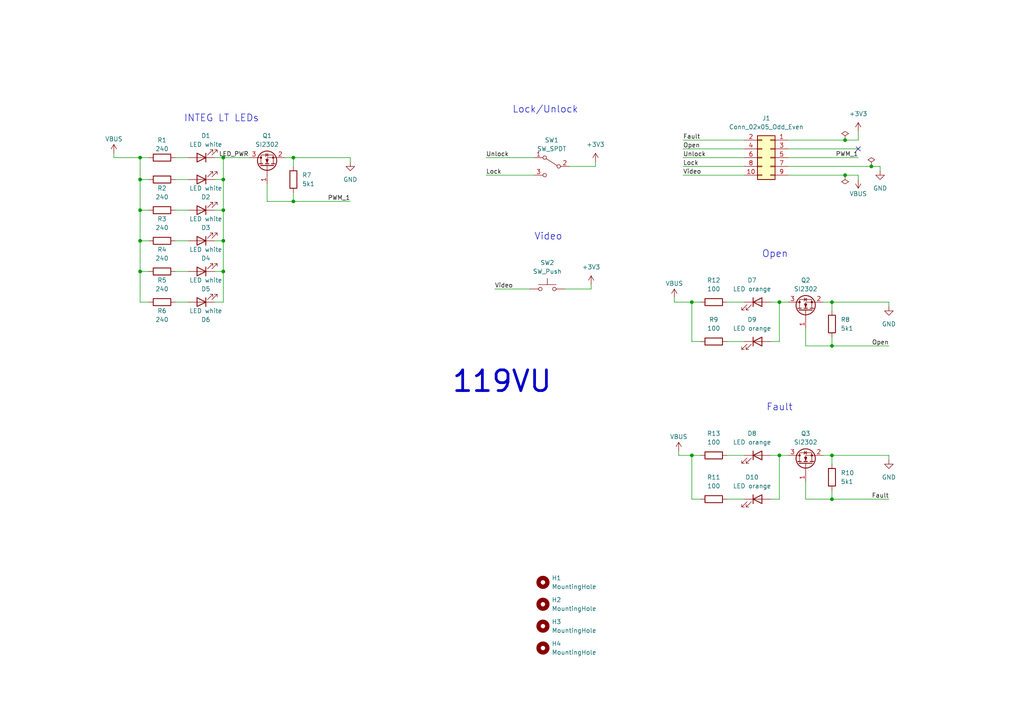
<source format=kicad_sch>
(kicad_sch (version 20230121) (generator eeschema)
  (paper "A4")
  (lib_symbols
    (symbol "Connector_Generic:Conn_02x05_Odd_Even" (pin_names (offset 1.016) hide)
      (property "Reference" "J" (at 1.27 7.62 0))
      (property "Value" "Conn_02x05_Odd_Even" (at 1.27 -7.62 0))
      (symbol "Conn_02x05_Odd_Even_1_1"
        (rectangle (start -1.27 -4.953) (end 0 -5.207) (stroke (width 0.1524)))
        (rectangle (start -1.27 -2.413) (end 0 -2.667) (stroke (width 0.1524)))
        (rectangle (start -1.27 0.127) (end 0 -0.127) (stroke (width 0.1524)))
        (rectangle (start -1.27 2.667) (end 0 2.413) (stroke (width 0.1524)))
        (rectangle (start -1.27 5.207) (end 0 4.953) (stroke (width 0.1524)))
        (rectangle (start -1.27 6.35) (end 3.81 -6.35) (stroke (width 0.254)) (fill (type background)))
        (rectangle (start 3.81 -4.953) (end 2.54 -5.207) (stroke (width 0.1524)))
        (rectangle (start 3.81 -2.413) (end 2.54 -2.667) (stroke (width 0.1524)))
        (rectangle (start 3.81 0.127) (end 2.54 -0.127) (stroke (width 0.1524)))
        (rectangle (start 3.81 2.667) (end 2.54 2.413) (stroke (width 0.1524)))
        (rectangle (start 3.81 5.207) (end 2.54 4.953) (stroke (width 0.1524)))
        (pin passive line (at -5.08 5.08 0) (length 3.81) (name "Pin_1") (number "1"))
        (pin passive line (at 7.62 -5.08 180) (length 3.81) (name "Pin_10") (number "10"))
        (pin passive line (at 7.62 5.08 180) (length 3.81) (name "Pin_2") (number "2"))
        (pin passive line (at -5.08 2.54 0) (length 3.81) (name "Pin_3") (number "3"))
        (pin passive line (at 7.62 2.54 180) (length 3.81) (name "Pin_4") (number "4"))
        (pin passive line (at -5.08 0 0) (length 3.81) (name "Pin_5") (number "5"))
        (pin passive line (at 7.62 0 180) (length 3.81) (name "Pin_6") (number "6"))
        (pin passive line (at -5.08 -2.54 0) (length 3.81) (name "Pin_7") (number "7"))
        (pin passive line (at 7.62 -2.54 180) (length 3.81) (name "Pin_8") (number "8"))
        (pin passive line (at -5.08 -5.08 0) (length 3.81) (name "Pin_9") (number "9"))
      )
    )
    (symbol "Device:LED" (pin_numbers hide) (pin_names (offset 1.016) hide)
      (property "Reference" "D" (at 0 2.54 0))
      (property "Value" "LED" (at 0 -2.54 0))
      (symbol "LED_0_1"
        (polyline (pts (xy -1.27 -1.27) (xy -1.27 1.27)) (stroke (width 0.254)))
        (polyline (pts (xy -1.27 0) (xy 1.27 0)))
        (polyline (pts (xy 1.27 -1.27) (xy 1.27 1.27) (xy -1.27 0) (xy 1.27 -1.27)) (stroke (width 0.254)))
        (polyline (pts (xy -3.048 -0.762) (xy -4.572 -2.286) (xy -3.81 -2.286) (xy -4.572 -2.286) (xy -4.572 -1.524)))
        (polyline (pts (xy -1.778 -0.762) (xy -3.302 -2.286) (xy -2.54 -2.286) (xy -3.302 -2.286) (xy -3.302 -1.524)))
      )
      (symbol "LED_1_1"
        (pin passive line (at -3.81 0 0) (length 2.54) (name "K") (number "1"))
        (pin passive line (at 3.81 0 180) (length 2.54) (name "A") (number "2"))
      )
    )
    (symbol "Device:R" (pin_numbers hide) (pin_names (offset 0))
      (property "Reference" "R" (at 2.032 0 90))
      (property "Value" "R" (at 0 0 90))
      (symbol "R_0_1"
        (rectangle (start -1.016 -2.54) (end 1.016 2.54) (stroke (width 0.254)))
      )
      (symbol "R_1_1"
        (pin passive line (at 0 3.81 270) (length 1.27) (name "~") (number "1"))
        (pin passive line (at 0 -3.81 90) (length 1.27) (name "~") (number "2"))
      )
    )
    (symbol "Mechanical:MountingHole" (pin_names (offset 1.016))
      (property "Reference" "H" (at 0 5.08 0))
      (property "Value" "MountingHole" (at 0 3.175 0))
      (symbol "MountingHole_0_1"
        (circle (center 0 0) (radius 1.27) (stroke (width 1.27)))
      )
    )
    (symbol "Switch:SW_Push" (pin_numbers hide) (pin_names (offset 1.016) hide)
      (property "Reference" "SW" (at 1.27 2.54 0))
      (property "Value" "SW_Push" (at 0 -1.524 0))
      (symbol "SW_Push_0_1"
        (circle (center -2.032 0) (radius 0.508))
        (polyline (pts (xy 0 1.27) (xy 0 3.048)))
        (polyline (pts (xy 2.54 1.27) (xy -2.54 1.27)))
        (circle (center 2.032 0) (radius 0.508))
        (pin passive line (at -5.08 0 0) (length 2.54) (name "1") (number "1"))
        (pin passive line (at 5.08 0 180) (length 2.54) (name "2") (number "2"))
      )
    )
    (symbol "Switch:SW_SPDT" (pin_names (offset 0) hide)
      (property "Reference" "SW" (at 0 4.318 0))
      (property "Value" "SW_SPDT" (at 0 -5.08 0))
      (symbol "SW_SPDT_0_0"
        (circle (center -2.032 0) (radius 0.508))
        (circle (center 2.032 -2.54) (radius 0.508))
      )
      (symbol "SW_SPDT_0_1"
        (polyline (pts (xy -1.524 0.254) (xy 1.651 2.286)))
        (circle (center 2.032 2.54) (radius 0.508))
      )
      (symbol "SW_SPDT_1_1"
        (pin passive line (at 5.08 2.54 180) (length 2.54) (name "A") (number "1"))
        (pin passive line (at -5.08 0 0) (length 2.54) (name "B") (number "2"))
        (pin passive line (at 5.08 -2.54 180) (length 2.54) (name "C") (number "3"))
      )
    )
    (symbol "Transistor_FET:2N7002K" (pin_names hide)
      (property "Reference" "Q" (at 5.08 1.905 0))
      (property "Value" "2N7002K" (at 5.08 0 0))
      (symbol "2N7002K_0_1"
        (polyline (pts (xy 0.254 0) (xy -2.54 0)))
        (polyline (pts (xy 0.254 1.905) (xy 0.254 -1.905)) (stroke (width 0.254)))
        (polyline (pts (xy 0.762 -1.27) (xy 0.762 -2.286)) (stroke (width 0.254)))
        (polyline (pts (xy 0.762 0.508) (xy 0.762 -0.508)) (stroke (width 0.254)))
        (polyline (pts (xy 0.762 2.286) (xy 0.762 1.27)) (stroke (width 0.254)))
        (polyline (pts (xy 2.54 2.54) (xy 2.54 1.778)))
        (polyline (pts (xy 2.54 -2.54) (xy 2.54 0) (xy 0.762 0)))
        (polyline (pts (xy 0.762 -1.778) (xy 3.302 -1.778) (xy 3.302 1.778) (xy 0.762 1.778)))
        (polyline (pts (xy 1.016 0) (xy 2.032 0.381) (xy 2.032 -0.381) (xy 1.016 0)) (fill (type outline)))
        (polyline (pts (xy 2.794 0.508) (xy 2.921 0.381) (xy 3.683 0.381) (xy 3.81 0.254)))
        (polyline (pts (xy 3.302 0.381) (xy 2.921 -0.254) (xy 3.683 -0.254) (xy 3.302 0.381)))
        (circle (center 1.651 0) (radius 2.794) (stroke (width 0.254)))
        (circle (center 2.54 -1.778) (radius 0.254) (fill (type outline)))
        (circle (center 2.54 1.778) (radius 0.254) (fill (type outline)))
      )
      (symbol "2N7002K_1_1"
        (pin input line (at -5.08 0 0) (length 2.54) (name "G") (number "1"))
        (pin passive line (at 2.54 -5.08 90) (length 2.54) (name "S") (number "2"))
        (pin passive line (at 2.54 5.08 270) (length 2.54) (name "D") (number "3"))
      )
    )
    (symbol "power:+3V3" (power) (pin_names (offset 0))
      (property "Value" "+3V3" (at 0 3.556 0))
      (symbol "+3V3_0_1"
        (polyline (pts (xy -0.762 1.27) (xy 0 2.54)))
        (polyline (pts (xy 0 0) (xy 0 2.54)))
        (polyline (pts (xy 0 2.54) (xy 0.762 1.27)))
      )
      (symbol "+3V3_1_1"
        (pin power_in line (at 0 0 90) (length 0) hide (name "+3V3") (number "1"))
      )
    )
    (symbol "power:GND" (power) (pin_names (offset 0))
      (property "Value" "GND" (at 0 -3.81 0))
      (symbol "GND_0_1"
        (polyline (pts (xy 0 0) (xy 0 -1.27) (xy 1.27 -1.27) (xy 0 -2.54) (xy -1.27 -1.27) (xy 0 -1.27)))
      )
      (symbol "GND_1_1"
        (pin power_in line (at 0 0 270) (length 0) hide (name "GND") (number "1"))
      )
    )
    (symbol "power:PWR_FLAG" (power) (pin_numbers hide) (pin_names (offset 0) hide)
      (property "Value" "PWR_FLAG" (at 0 3.81 0))
      (symbol "PWR_FLAG_0_0"
        (pin power_out line (at 0 0 90) (length 0) (name "pwr") (number "1"))
      )
      (symbol "PWR_FLAG_0_1"
        (polyline (pts (xy 0 0) (xy 0 1.27) (xy -1.016 1.905) (xy 0 2.54) (xy 1.016 1.905) (xy 0 1.27)))
      )
    )
    (symbol "power:VBUS" (power) (pin_names (offset 0))
      (property "Value" "VBUS" (at 0 3.81 0))
      (symbol "VBUS_0_1"
        (polyline (pts (xy -0.762 1.27) (xy 0 2.54)))
        (polyline (pts (xy 0 0) (xy 0 2.54)))
        (polyline (pts (xy 0 2.54) (xy 0.762 1.27)))
      )
      (symbol "VBUS_1_1"
        (pin power_in line (at 0 0 90) (length 0) hide (name "VBUS") (number "1"))
      )
    )
  )
  (junction (at 64.77 45.72))
  (junction (at 64.77 69.85))
  (junction (at 40.64 69.85))
  (junction (at 64.77 60.96))
  (junction (at 40.64 52.07))
  (junction (at 241.3 132.08))
  (junction (at 64.77 78.74))
  (junction (at 226.06 132.08))
  (junction (at 241.3 100.33))
  (junction (at 200.66 87.63))
  (junction (at 241.3 144.78))
  (junction (at 241.3 87.63))
  (junction (at 85.09 45.72))
  (junction (at 245.11 50.8))
  (junction (at 40.64 45.72))
  (junction (at 85.09 58.42))
  (junction (at 252.73 48.26))
  (junction (at 245.11 40.64))
  (junction (at 40.64 78.74))
  (junction (at 226.06 87.63))
  (junction (at 200.66 132.08))
  (junction (at 64.77 52.07))
  (junction (at 40.64 60.96))
  (no_connect (at 248.92 43.18))
  (wire (pts (xy 241.3 144.78) (xy 257.81 144.78)))
  (wire (pts (xy 62.23 87.63) (xy 64.77 87.63)))
  (wire (pts (xy 50.8 87.63) (xy 54.61 87.63)))
  (wire (pts (xy 257.81 133.35) (xy 257.81 132.08)))
  (wire (pts (xy 140.97 50.8) (xy 154.94 50.8)))
  (wire (pts (xy 40.64 69.85) (xy 40.64 78.74)))
  (wire (pts (xy 196.85 132.08) (xy 200.66 132.08)))
  (wire (pts (xy 165.1 48.26) (xy 172.72 48.26)))
  (wire (pts (xy 241.3 87.63) (xy 241.3 90.17)))
  (wire (pts (xy 64.77 52.07) (xy 64.77 60.96)))
  (wire (pts (xy 50.8 45.72) (xy 54.61 45.72)))
  (wire (pts (xy 233.68 139.7) (xy 233.68 144.78)))
  (wire (pts (xy 50.8 52.07) (xy 54.61 52.07)))
  (wire (pts (xy 210.82 132.08) (xy 215.9 132.08)))
  (wire (pts (xy 198.12 40.64) (xy 215.9 40.64)))
  (wire (pts (xy 233.68 95.25) (xy 233.68 100.33)))
  (wire (pts (xy 43.18 52.07) (xy 40.64 52.07)))
  (wire (pts (xy 248.92 38.1) (xy 248.92 40.64)))
  (wire (pts (xy 50.8 78.74) (xy 54.61 78.74)))
  (wire (pts (xy 33.02 45.72) (xy 33.02 44.45)))
  (wire (pts (xy 241.3 100.33) (xy 257.81 100.33)))
  (wire (pts (xy 85.09 58.42) (xy 101.6 58.42)))
  (wire (pts (xy 226.06 87.63) (xy 228.6 87.63)))
  (wire (pts (xy 50.8 60.96) (xy 54.61 60.96)))
  (wire (pts (xy 101.6 45.72) (xy 85.09 45.72)))
  (wire (pts (xy 101.6 46.99) (xy 101.6 45.72)))
  (wire (pts (xy 198.12 50.8) (xy 215.9 50.8)))
  (wire (pts (xy 226.06 87.63) (xy 226.06 99.06)))
  (wire (pts (xy 64.77 69.85) (xy 64.77 78.74)))
  (wire (pts (xy 40.64 45.72) (xy 43.18 45.72)))
  (wire (pts (xy 62.23 78.74) (xy 64.77 78.74)))
  (wire (pts (xy 140.97 45.72) (xy 154.94 45.72)))
  (wire (pts (xy 238.76 87.63) (xy 241.3 87.63)))
  (wire (pts (xy 210.82 87.63) (xy 215.9 87.63)))
  (wire (pts (xy 40.64 78.74) (xy 43.18 78.74)))
  (wire (pts (xy 77.47 58.42) (xy 85.09 58.42)))
  (wire (pts (xy 245.11 50.8) (xy 248.92 50.8)))
  (wire (pts (xy 40.64 52.07) (xy 40.64 45.72)))
  (wire (pts (xy 43.18 87.63) (xy 40.64 87.63)))
  (wire (pts (xy 50.8 69.85) (xy 54.61 69.85)))
  (wire (pts (xy 62.23 52.07) (xy 64.77 52.07)))
  (wire (pts (xy 210.82 99.06) (xy 215.9 99.06)))
  (wire (pts (xy 223.52 87.63) (xy 226.06 87.63)))
  (wire (pts (xy 228.6 48.26) (xy 252.73 48.26)))
  (wire (pts (xy 172.72 46.99) (xy 172.72 48.26)))
  (wire (pts (xy 226.06 132.08) (xy 228.6 132.08)))
  (wire (pts (xy 62.23 45.72) (xy 64.77 45.72)))
  (wire (pts (xy 228.6 50.8) (xy 245.11 50.8)))
  (wire (pts (xy 255.27 48.26) (xy 255.27 49.53)))
  (wire (pts (xy 64.77 45.72) (xy 64.77 52.07)))
  (wire (pts (xy 64.77 60.96) (xy 64.77 69.85)))
  (wire (pts (xy 40.64 60.96) (xy 43.18 60.96)))
  (wire (pts (xy 163.83 83.82) (xy 171.45 83.82)))
  (wire (pts (xy 200.66 132.08) (xy 203.2 132.08)))
  (wire (pts (xy 223.52 144.78) (xy 226.06 144.78)))
  (wire (pts (xy 200.66 87.63) (xy 203.2 87.63)))
  (wire (pts (xy 248.92 52.07) (xy 248.92 50.8)))
  (wire (pts (xy 64.77 45.72) (xy 72.39 45.72)))
  (wire (pts (xy 85.09 45.72) (xy 85.09 48.26)))
  (wire (pts (xy 238.76 132.08) (xy 241.3 132.08)))
  (wire (pts (xy 228.6 45.72) (xy 248.92 45.72)))
  (wire (pts (xy 257.81 87.63) (xy 241.3 87.63)))
  (wire (pts (xy 228.6 43.18) (xy 248.92 43.18)))
  (wire (pts (xy 198.12 48.26) (xy 215.9 48.26)))
  (wire (pts (xy 40.64 69.85) (xy 43.18 69.85)))
  (wire (pts (xy 257.81 88.9) (xy 257.81 87.63)))
  (wire (pts (xy 226.06 144.78) (xy 226.06 132.08)))
  (wire (pts (xy 198.12 45.72) (xy 215.9 45.72)))
  (wire (pts (xy 223.52 99.06) (xy 226.06 99.06)))
  (wire (pts (xy 257.81 132.08) (xy 241.3 132.08)))
  (wire (pts (xy 82.55 45.72) (xy 85.09 45.72)))
  (wire (pts (xy 228.6 40.64) (xy 245.11 40.64)))
  (wire (pts (xy 40.64 60.96) (xy 40.64 69.85)))
  (wire (pts (xy 33.02 45.72) (xy 40.64 45.72)))
  (wire (pts (xy 252.73 48.26) (xy 255.27 48.26)))
  (wire (pts (xy 40.64 52.07) (xy 40.64 60.96)))
  (wire (pts (xy 245.11 40.64) (xy 248.92 40.64)))
  (wire (pts (xy 210.82 144.78) (xy 215.9 144.78)))
  (wire (pts (xy 233.68 100.33) (xy 241.3 100.33)))
  (wire (pts (xy 203.2 144.78) (xy 200.66 144.78)))
  (wire (pts (xy 196.85 132.08) (xy 196.85 130.81)))
  (wire (pts (xy 203.2 99.06) (xy 200.66 99.06)))
  (wire (pts (xy 171.45 82.55) (xy 171.45 83.82)))
  (wire (pts (xy 233.68 144.78) (xy 241.3 144.78)))
  (wire (pts (xy 241.3 142.24) (xy 241.3 144.78)))
  (wire (pts (xy 85.09 55.88) (xy 85.09 58.42)))
  (wire (pts (xy 64.77 78.74) (xy 64.77 87.63)))
  (wire (pts (xy 77.47 53.34) (xy 77.47 58.42)))
  (wire (pts (xy 223.52 132.08) (xy 226.06 132.08)))
  (wire (pts (xy 40.64 78.74) (xy 40.64 87.63)))
  (wire (pts (xy 195.58 87.63) (xy 200.66 87.63)))
  (wire (pts (xy 62.23 69.85) (xy 64.77 69.85)))
  (wire (pts (xy 62.23 60.96) (xy 64.77 60.96)))
  (wire (pts (xy 241.3 132.08) (xy 241.3 134.62)))
  (wire (pts (xy 143.51 83.82) (xy 153.67 83.82)))
  (wire (pts (xy 195.58 87.63) (xy 195.58 86.36)))
  (wire (pts (xy 200.66 144.78) (xy 200.66 132.08)))
  (wire (pts (xy 198.12 43.18) (xy 215.9 43.18)))
  (wire (pts (xy 200.66 99.06) (xy 200.66 87.63)))
  (wire (pts (xy 241.3 97.79) (xy 241.3 100.33)))
  (text "Video" (at 154.94 69.85 0) (effects (font (size 2 2)) (justify left bottom)))
  (text "Fault" (at 222.25 119.38 0) (effects (font (size 2 2)) (justify left bottom)))
  (text "119VU" (at 130.81 114.3 0) (effects (font (size 6 6) (thickness 0.8) bold) (justify left bottom)))
  (text "INTEG LT LEDs" (at 53.34 35.56 0) (effects (font (size 2 2)) (justify left bottom)))
  (text "Lock/Unlock" (at 148.59 33.02 0) (effects (font (size 2 2)) (justify left bottom)))
  (text "Open" (at 220.98 74.93 0) (effects (font (size 2 2)) (justify left bottom)))
  (label "Video" (at 143.51 83.82 0))
  (label "Lock" (at 140.97 50.8 0))
  (label "Open" (at 198.12 43.18 0))
  (label "Fault" (at 198.12 40.64 0))
  (label "Open" (at 257.81 100.33 180))
  (label "PWM_1" (at 101.6 58.42 180))
  (label "LED_PWR" (at 63.5 45.72 0))
  (label "PWM_1" (at 248.92 45.72 180))
  (label "Unlock" (at 198.12 45.72 0))
  (label "Lock" (at 198.12 48.26 0))
  (label "Fault" (at 257.81 144.78 180))
  (label "Video" (at 198.12 50.8 0))
  (label "Unlock" (at 140.97 45.72 0))
  (symbol (lib_id "power:VBUS") (at 196.85 130.81 0) (unit 1)
    (property "Reference" "#PWR05" (effects hide))
    (property "Value" "VBUS" (at 196.85 126.6769 0))
  )
  (symbol (lib_id "power:PWR_FLAG") (at 252.73 48.26 0) (unit 1)
    (property "Reference" "#FLG03" (effects hide))
    (property "Value" "PWR_FLAG" (effects hide))
  )
  (symbol (lib_id "Device:LED") (at 58.42 69.85 180) (unit 1)
    (property "Reference" "D4" (at 59.69 74.93 0))
    (property "Value" "LED white" (at 59.69 72.39 0))
    (property "Footprint" "LED_SMD:LED_0805_2012Metric" (effects hide))
    (property "Datasheet" "https://www.lcsc.com/datasheet/lcsc_datasheet_2402181504_XINGLIGHT-XL-2012WWC-DS_C3646928.pdf" (effects hide))
    (property "Manufracturer" "XINGLIGHT" (effects hide))
    (property "Manufracturer Part Number" "XL-2012WWC-DS" (effects hide))
    (property "JLCPCB Part" "C3646928" (effects hide))
  )
  (symbol (lib_id "Transistor_FET:2N7002K") (at 233.68 134.62 90) (unit 1)
    (property "Reference" "Q3" (at 233.68 125.73 90))
    (property "Value" "SI2302" (at 233.68 128.27 90))
    (property "Footprint" "Package_TO_SOT_SMD:SOT-23-3" (effects hide))
    (property "Datasheet" "https://www.lcsc.com/datasheet/lcsc_datasheet_2109011130_YONGYUTAI-SI2302_C2891732.pdf" (effects hide))
    (property "Manufracturer" "YONGYUTAI" (effects hide))
    (property "Manufracturer Part Number" "SI2302" (effects hide))
    (property "JLCPCB Part" "C2891732" (effects hide))
  )
  (symbol (lib_id "Mechanical:MountingHole") (at 157.48 181.61 0) (unit 1) (in_bom no)
    (property "Reference" "H3" (at 160.02 180.34 0) (effects (justify left)))
    (property "Value" "MountingHole" (at 160.02 182.88 0) (effects (justify left)))
    (property "Footprint" "MountingHole:MountingHole_2.2mm_M2" (effects hide))
  )
  (symbol (lib_id "Device:R") (at 46.99 78.74 90) (unit 1)
    (property "Reference" "R5" (at 46.99 81.28 90))
    (property "Value" "240" (at 46.99 83.82 90))
    (property "Footprint" "Resistor_SMD:R_0805_2012Metric" (effects hide))
    (property "Datasheet" "https://www.lcsc.com/datasheet/lcsc_datasheet_2206010200_UNI-ROYAL-Uniroyal-Elec-0805W8F2400T5E_C17572.pdf" (effects hide))
    (property "Manufracturer" "UNI-ROYAL(Uniroyal Elec)" (effects hide))
    (property "Manufracturer Part Number" "0805W8F2400T5E" (effects hide))
    (property "JLCPCB Part" "C17572" (effects hide))
  )
  (symbol (lib_id "Mechanical:MountingHole") (at 157.48 175.26 0) (unit 1) (in_bom no)
    (property "Reference" "H2" (at 160.02 173.99 0) (effects (justify left)))
    (property "Value" "MountingHole" (at 160.02 176.53 0) (effects (justify left)))
    (property "Footprint" "MountingHole:MountingHole_2.2mm_M2" (effects hide))
  )
  (symbol (lib_id "Device:R") (at 46.99 60.96 90) (unit 1)
    (property "Reference" "R3" (at 46.99 63.5 90))
    (property "Value" "240" (at 46.99 66.04 90))
    (property "Footprint" "Resistor_SMD:R_0805_2012Metric" (effects hide))
    (property "Datasheet" "https://www.lcsc.com/datasheet/lcsc_datasheet_2206010200_UNI-ROYAL-Uniroyal-Elec-0805W8F2400T5E_C17572.pdf" (effects hide))
    (property "Manufracturer" "UNI-ROYAL(Uniroyal Elec)" (effects hide))
    (property "Manufracturer Part Number" "0805W8F2400T5E" (effects hide))
    (property "JLCPCB Part" "C17572" (effects hide))
  )
  (symbol (lib_id "power:+3V3") (at 248.92 38.1 0) (unit 1)
    (property "Reference" "#PWR014" (effects hide))
    (property "Value" "+3V3" (at 248.92 33.02 0))
  )
  (symbol (lib_id "power:+3V3") (at 171.45 82.55 0) (unit 1)
    (property "Reference" "#PWR013" (effects hide))
    (property "Value" "+3V3" (at 171.45 77.47 0))
  )
  (symbol (lib_id "Mechanical:MountingHole") (at 157.48 187.96 0) (unit 1) (in_bom no)
    (property "Reference" "H4" (at 160.02 186.69 0) (effects (justify left)))
    (property "Value" "MountingHole" (at 160.02 189.23 0) (effects (justify left)))
    (property "Footprint" "MountingHole:MountingHole_2.2mm_M2" (effects hide))
  )
  (symbol (lib_id "Device:LED") (at 58.42 52.07 180) (unit 1)
    (property "Reference" "D2" (at 59.69 57.15 0))
    (property "Value" "LED white" (at 59.69 54.61 0))
    (property "Footprint" "LED_SMD:LED_0805_2012Metric" (effects hide))
    (property "Datasheet" "https://www.lcsc.com/datasheet/lcsc_datasheet_2402181504_XINGLIGHT-XL-2012WWC-DS_C3646928.pdf" (effects hide))
    (property "Manufracturer" "XINGLIGHT" (effects hide))
    (property "Manufracturer Part Number" "XL-2012WWC-DS" (effects hide))
    (property "JLCPCB Part" "C3646928" (effects hide))
  )
  (symbol (lib_id "Switch:SW_SPDT") (at 160.02 48.26 0) (mirror y) (unit 1)
    (property "Reference" "SW1" (at 160.02 40.64 0))
    (property "Value" "SW_SPDT" (at 160.02 43.18 0))
    (property "Footprint" "NiasStuff:SW_SPDT_YUEN-FUNG_ST-0-103-A01-T000-RS" (effects hide))
    (property "Datasheet" "https://datasheet.lcsc.com/lcsc/2307200931_YUEN-FUNG-ST-0-103-A01-T000-RS_C1788488.pdf" (effects hide))
    (property "JLCPCB Part" "C1788488" (effects hide))
    (property "Manufracturer" "YUEN FUNG" (effects hide))
    (property "Manufracturer Part Number" "ST-0-103-A01-T000-RS" (effects hide))
  )
  (symbol (lib_id "Device:R") (at 207.01 99.06 90) (unit 1)
    (property "Reference" "R9" (at 207.01 92.71 90))
    (property "Value" "100" (at 207.01 95.25 90))
    (property "Footprint" "Capacitor_SMD:C_0805_2012Metric" (effects hide))
    (property "Datasheet" "https://datasheet.lcsc.com/lcsc/2206010216_UNI-ROYAL-Uniroyal-Elec-0805W8F1000T5E_C17408.pdf" (effects hide))
    (property "JLCPCB Part" "C17408" (effects hide))
    (property "Manufracturer" "UNI-ROYAL(Uniroyal Elec)" (effects hide))
    (property "Manufracturer Part Number" "0805W8F1000T5E" (effects hide))
  )
  (symbol (lib_id "power:PWR_FLAG") (at 245.11 40.64 0) (unit 1)
    (property "Reference" "#FLG01" (effects hide))
    (property "Value" "PWR_FLAG" (effects hide))
  )
  (symbol (lib_id "Device:LED") (at 219.71 99.06 0) (unit 1)
    (property "Reference" "D9" (at 218.1225 92.71 0))
    (property "Value" "LED orange" (at 218.1225 95.25 0))
    (property "Footprint" "LED_SMD:LED_0603_1608Metric" (effects hide))
    (property "Datasheet" "https://datasheet.lcsc.com/lcsc/1810201530_BrtLed-Bright-LED-Elec-BL-HKC36G-AV-TRB_C165981.pdf" (effects hide))
    (property "JLCPCB Part" "C165981" (effects hide))
    (property "Manufracturer" "BrtLed(Bright LED Elec)" (effects hide))
    (property "Manufracturer Part Number" "BL-HKC36G-AV-TRB" (effects hide))
  )
  (symbol (lib_id "Device:R") (at 207.01 87.63 90) (unit 1)
    (property "Reference" "R12" (at 207.01 81.28 90))
    (property "Value" "100" (at 207.01 83.82 90))
    (property "Footprint" "Capacitor_SMD:C_0805_2012Metric" (effects hide))
    (property "Datasheet" "https://datasheet.lcsc.com/lcsc/2206010216_UNI-ROYAL-Uniroyal-Elec-0805W8F1000T5E_C17408.pdf" (effects hide))
    (property "JLCPCB Part" "C17408" (effects hide))
    (property "Manufracturer" "UNI-ROYAL(Uniroyal Elec)" (effects hide))
    (property "Manufracturer Part Number" "0805W8F1000T5E" (effects hide))
  )
  (symbol (lib_id "power:VBUS") (at 33.02 44.45 0) (unit 1)
    (property "Reference" "#PWR01" (effects hide))
    (property "Value" "VBUS" (at 33.02 40.3169 0))
  )
  (symbol (lib_id "Connector_Generic:Conn_02x05_Odd_Even") (at 223.52 45.72 0) (mirror y) (unit 1)
    (property "Reference" "J1" (at 222.25 34.29 0))
    (property "Value" "Conn_02x05_Odd_Even" (at 222.25 36.83 0))
    (property "Footprint" "Connector_IDC:IDC-Header_2x05_P2.54mm_Vertical" (effects hide))
    (property "Datasheet" "https://www.lcsc.com/datasheet/lcsc_datasheet_1810281612_BOOMELE-Boom-Precision-Elec-2-54-2-5P_C5665.pdf" (effects hide))
    (property "JLCPCB Part" "C5665" (effects hide))
    (property "Manufracturer" "BOOMELE(Boom Precision Elec)" (effects hide))
    (property "Manufracturer Part Number" "2.54-2*5P" (effects hide))
  )
  (symbol (lib_id "power:PWR_FLAG") (at 245.11 50.8 180) (unit 1)
    (property "Reference" "#FLG02" (effects hide))
    (property "Value" "PWR_FLAG" (effects hide))
  )
  (symbol (lib_id "Device:R") (at 241.3 93.98 180) (unit 1)
    (property "Reference" "R8" (at 243.84 92.71 0) (effects (justify right)))
    (property "Value" "5k1" (at 243.84 95.25 0) (effects (justify right)))
    (property "Footprint" "Resistor_SMD:R_0603_1608Metric" (effects hide))
    (property "Datasheet" "https://www.lcsc.com/datasheet/lcsc_datasheet_2206010116_UNI-ROYAL-Uniroyal-Elec-0603WAF5101T5E_C23186.pdf" (effects hide))
    (property "JLCPCB Part" "C23186" (effects hide))
    (property "Manufracturer" "UNI-ROYAL(Uniroyal Elec)" (effects hide))
    (property "Manufracturer Part Number" "0603WAF5101T5E" (effects hide))
  )
  (symbol (lib_id "Device:R") (at 85.09 52.07 180) (unit 1)
    (property "Reference" "R7" (at 87.63 50.8 0) (effects (justify right)))
    (property "Value" "5k1" (at 87.63 53.34 0) (effects (justify right)))
    (property "Footprint" "Resistor_SMD:R_0603_1608Metric" (effects hide))
    (property "Datasheet" "https://www.lcsc.com/datasheet/lcsc_datasheet_2206010116_UNI-ROYAL-Uniroyal-Elec-0603WAF5101T5E_C23186.pdf" (effects hide))
    (property "JLCPCB Part" "C23186" (effects hide))
    (property "Manufracturer" "UNI-ROYAL(Uniroyal Elec)" (effects hide))
    (property "Manufracturer Part Number" "0603WAF5101T5E" (effects hide))
  )
  (symbol (lib_id "Device:R") (at 46.99 45.72 90) (unit 1)
    (property "Reference" "R1" (at 46.99 40.64 90))
    (property "Value" "240" (at 46.99 43.18 90))
    (property "Footprint" "Resistor_SMD:R_0805_2012Metric" (effects hide))
    (property "Datasheet" "https://www.lcsc.com/datasheet/lcsc_datasheet_2206010200_UNI-ROYAL-Uniroyal-Elec-0805W8F2400T5E_C17572.pdf" (effects hide))
    (property "Manufracturer" "UNI-ROYAL(Uniroyal Elec)" (effects hide))
    (property "Manufracturer Part Number" "0805W8F2400T5E" (effects hide))
    (property "JLCPCB Part" "C17572" (effects hide))
  )
  (symbol (lib_id "power:GND") (at 257.81 133.35 0) (unit 1)
    (property "Reference" "#PWR06" (effects hide))
    (property "Value" "GND" (at 257.81 138.43 0))
  )
  (symbol (lib_id "Device:LED") (at 58.42 78.74 180) (unit 1)
    (property "Reference" "D5" (at 59.69 83.82 0))
    (property "Value" "LED white" (at 59.69 81.28 0))
    (property "Footprint" "LED_SMD:LED_0805_2012Metric" (effects hide))
    (property "Datasheet" "https://www.lcsc.com/datasheet/lcsc_datasheet_2402181504_XINGLIGHT-XL-2012WWC-DS_C3646928.pdf" (effects hide))
    (property "Manufracturer" "XINGLIGHT" (effects hide))
    (property "Manufracturer Part Number" "XL-2012WWC-DS" (effects hide))
    (property "JLCPCB Part" "C3646928" (effects hide))
  )
  (symbol (lib_id "Device:LED") (at 219.71 144.78 0) (unit 1)
    (property "Reference" "D10" (at 218.1225 138.43 0))
    (property "Value" "LED orange" (at 218.1225 140.97 0))
    (property "Footprint" "LED_SMD:LED_0603_1608Metric" (effects hide))
    (property "Datasheet" "https://datasheet.lcsc.com/lcsc/1810201530_BrtLed-Bright-LED-Elec-BL-HKC36G-AV-TRB_C165981.pdf" (effects hide))
    (property "JLCPCB Part" "C165981" (effects hide))
    (property "Manufracturer" "BrtLed(Bright LED Elec)" (effects hide))
    (property "Manufracturer Part Number" "BL-HKC36G-AV-TRB" (effects hide))
  )
  (symbol (lib_id "Device:LED") (at 58.42 60.96 180) (unit 1)
    (property "Reference" "D3" (at 59.69 66.04 0))
    (property "Value" "LED white" (at 59.69 63.5 0))
    (property "Footprint" "LED_SMD:LED_0805_2012Metric" (effects hide))
    (property "Datasheet" "https://www.lcsc.com/datasheet/lcsc_datasheet_2402181504_XINGLIGHT-XL-2012WWC-DS_C3646928.pdf" (effects hide))
    (property "Manufracturer" "XINGLIGHT" (effects hide))
    (property "Manufracturer Part Number" "XL-2012WWC-DS" (effects hide))
    (property "JLCPCB Part" "C3646928" (effects hide))
  )
  (symbol (lib_id "power:GND") (at 255.27 49.53 0) (unit 1)
    (property "Reference" "#PWR016" (effects hide))
    (property "Value" "GND" (at 255.27 54.61 0))
  )
  (symbol (lib_id "power:GND") (at 257.81 88.9 0) (unit 1)
    (property "Reference" "#PWR03" (effects hide))
    (property "Value" "GND" (at 257.81 93.98 0))
  )
  (symbol (lib_id "power:GND") (at 101.6 46.99 0) (unit 1)
    (property "Reference" "#PWR02" (effects hide))
    (property "Value" "GND" (at 101.6 52.07 0))
  )
  (symbol (lib_id "Device:R") (at 241.3 138.43 180) (unit 1)
    (property "Reference" "R10" (at 243.84 137.16 0) (effects (justify right)))
    (property "Value" "5k1" (at 243.84 139.7 0) (effects (justify right)))
    (property "Footprint" "Resistor_SMD:R_0603_1608Metric" (effects hide))
    (property "Datasheet" "https://www.lcsc.com/datasheet/lcsc_datasheet_2206010116_UNI-ROYAL-Uniroyal-Elec-0603WAF5101T5E_C23186.pdf" (effects hide))
    (property "JLCPCB Part" "C23186" (effects hide))
    (property "Manufracturer" "UNI-ROYAL(Uniroyal Elec)" (effects hide))
    (property "Manufracturer Part Number" "0603WAF5101T5E" (effects hide))
  )
  (symbol (lib_id "Device:LED") (at 58.42 87.63 180) (unit 1)
    (property "Reference" "D6" (at 59.69 92.71 0))
    (property "Value" "LED white" (at 59.69 90.17 0))
    (property "Footprint" "LED_SMD:LED_0805_2012Metric" (effects hide))
    (property "Datasheet" "https://www.lcsc.com/datasheet/lcsc_datasheet_2402181504_XINGLIGHT-XL-2012WWC-DS_C3646928.pdf" (effects hide))
    (property "Manufracturer" "XINGLIGHT" (effects hide))
    (property "Manufracturer Part Number" "XL-2012WWC-DS" (effects hide))
    (property "JLCPCB Part" "C3646928" (effects hide))
  )
  (symbol (lib_id "Switch:SW_Push") (at 158.75 83.82 0) (unit 1)
    (property "Reference" "SW2" (at 158.75 76.2 0))
    (property "Value" "SW_Push" (at 158.75 78.74 0))
    (property "Footprint" "Button_Switch_SMD:SW_Push_1TS009xxxx-xxxx-xxxx_6x6x5mm" (effects hide))
    (property "Datasheet" "https://www.lcsc.com/datasheet/lcsc_datasheet_1811151231_HYP--Hongyuan-Precision-1TS009A-1800-5000-CT_C319409.pdf" (effects hide))
    (property "JLCPCB Part" "C319409" (effects hide))
    (property "Manufracturer" "HYP (Hongyuan Precision)" (effects hide))
    (property "Manufracturer Part Number" "1TS009A-1800-5000-CT" (effects hide))
  )
  (symbol (lib_id "Transistor_FET:2N7002K") (at 233.68 90.17 90) (unit 1)
    (property "Reference" "Q2" (at 233.68 81.28 90))
    (property "Value" "SI2302" (at 233.68 83.82 90))
    (property "Footprint" "Package_TO_SOT_SMD:SOT-23-3" (effects hide))
    (property "Datasheet" "https://www.lcsc.com/datasheet/lcsc_datasheet_2109011130_YONGYUTAI-SI2302_C2891732.pdf" (effects hide))
    (property "Manufracturer" "YONGYUTAI" (effects hide))
    (property "Manufracturer Part Number" "SI2302" (effects hide))
    (property "JLCPCB Part" "C2891732" (effects hide))
  )
  (symbol (lib_id "Device:R") (at 46.99 69.85 90) (unit 1)
    (property "Reference" "R4" (at 46.99 72.39 90))
    (property "Value" "240" (at 46.99 74.93 90))
    (property "Footprint" "Resistor_SMD:R_0805_2012Metric" (effects hide))
    (property "Datasheet" "https://www.lcsc.com/datasheet/lcsc_datasheet_2206010200_UNI-ROYAL-Uniroyal-Elec-0805W8F2400T5E_C17572.pdf" (effects hide))
    (property "Manufracturer" "UNI-ROYAL(Uniroyal Elec)" (effects hide))
    (property "Manufracturer Part Number" "0805W8F2400T5E" (effects hide))
    (property "JLCPCB Part" "C17572" (effects hide))
  )
  (symbol (lib_id "Device:R") (at 46.99 52.07 90) (unit 1)
    (property "Reference" "R2" (at 46.99 54.61 90))
    (property "Value" "240" (at 46.99 57.15 90))
    (property "Footprint" "Resistor_SMD:R_0805_2012Metric" (effects hide))
    (property "Datasheet" "https://www.lcsc.com/datasheet/lcsc_datasheet_2206010200_UNI-ROYAL-Uniroyal-Elec-0805W8F2400T5E_C17572.pdf" (effects hide))
    (property "Manufracturer" "UNI-ROYAL(Uniroyal Elec)" (effects hide))
    (property "Manufracturer Part Number" "0805W8F2400T5E" (effects hide))
    (property "JLCPCB Part" "C17572" (effects hide))
  )
  (symbol (lib_id "Mechanical:MountingHole") (at 157.48 168.91 0) (unit 1) (in_bom no)
    (property "Reference" "H1" (at 160.02 167.64 0) (effects (justify left)))
    (property "Value" "MountingHole" (at 160.02 170.18 0) (effects (justify left)))
    (property "Footprint" "MountingHole:MountingHole_2.2mm_M2" (effects hide))
  )
  (symbol (lib_id "power:+3V3") (at 172.72 46.99 0) (unit 1)
    (property "Reference" "#PWR019" (effects hide))
    (property "Value" "+3V3" (at 172.72 41.91 0))
  )
  (symbol (lib_id "Device:LED") (at 219.71 132.08 0) (unit 1)
    (property "Reference" "D8" (at 218.1225 125.73 0))
    (property "Value" "LED orange" (at 218.1225 128.27 0))
    (property "Footprint" "LED_SMD:LED_0603_1608Metric" (effects hide))
    (property "Datasheet" "https://datasheet.lcsc.com/lcsc/1810201530_BrtLed-Bright-LED-Elec-BL-HKC36G-AV-TRB_C165981.pdf" (effects hide))
    (property "JLCPCB Part" "C165981" (effects hide))
    (property "Manufracturer" "BrtLed(Bright LED Elec)" (effects hide))
    (property "Manufracturer Part Number" "BL-HKC36G-AV-TRB" (effects hide))
  )
  (symbol (lib_id "Device:LED") (at 58.42 45.72 180) (unit 1)
    (property "Reference" "D1" (at 59.69 39.37 0))
    (property "Value" "LED white" (at 59.69 41.91 0))
    (property "Footprint" "LED_SMD:LED_0805_2012Metric" (effects hide))
    (property "Datasheet" "https://www.lcsc.com/datasheet/lcsc_datasheet_2402181504_XINGLIGHT-XL-2012WWC-DS_C3646928.pdf" (effects hide))
    (property "Manufracturer" "XINGLIGHT" (effects hide))
    (property "Manufracturer Part Number" "XL-2012WWC-DS" (effects hide))
    (property "JLCPCB Part" "C3646928" (effects hide))
  )
  (symbol (lib_id "power:VBUS") (at 248.92 52.07 180) (unit 1)
    (property "Reference" "#PWR015" (effects hide))
    (property "Value" "VBUS" (at 248.92 56.2031 0))
  )
  (symbol (lib_id "Device:R") (at 46.99 87.63 90) (unit 1)
    (property "Reference" "R6" (at 46.99 90.17 90))
    (property "Value" "240" (at 46.99 92.71 90))
    (property "Footprint" "Resistor_SMD:R_0805_2012Metric" (effects hide))
    (property "Datasheet" "https://www.lcsc.com/datasheet/lcsc_datasheet_2206010200_UNI-ROYAL-Uniroyal-Elec-0805W8F2400T5E_C17572.pdf" (effects hide))
    (property "Manufracturer" "UNI-ROYAL(Uniroyal Elec)" (effects hide))
    (property "Manufracturer Part Number" "0805W8F2400T5E" (effects hide))
    (property "JLCPCB Part" "C17572" (effects hide))
  )
  (symbol (lib_id "Device:R") (at 207.01 132.08 90) (unit 1)
    (property "Reference" "R13" (at 207.01 125.73 90))
    (property "Value" "100" (at 207.01 128.27 90))
    (property "Footprint" "Capacitor_SMD:C_0805_2012Metric" (effects hide))
    (property "Datasheet" "https://datasheet.lcsc.com/lcsc/2206010216_UNI-ROYAL-Uniroyal-Elec-0805W8F1000T5E_C17408.pdf" (effects hide))
    (property "JLCPCB Part" "C17408" (effects hide))
    (property "Manufracturer" "UNI-ROYAL(Uniroyal Elec)" (effects hide))
    (property "Manufracturer Part Number" "0805W8F1000T5E" (effects hide))
  )
  (symbol (lib_id "Device:R") (at 207.01 144.78 90) (unit 1)
    (property "Reference" "R11" (at 207.01 138.43 90))
    (property "Value" "100" (at 207.01 140.97 90))
    (property "Footprint" "Capacitor_SMD:C_0805_2012Metric" (effects hide))
    (property "Datasheet" "https://datasheet.lcsc.com/lcsc/2206010216_UNI-ROYAL-Uniroyal-Elec-0805W8F1000T5E_C17408.pdf" (effects hide))
    (property "JLCPCB Part" "C17408" (effects hide))
    (property "Manufracturer" "UNI-ROYAL(Uniroyal Elec)" (effects hide))
    (property "Manufracturer Part Number" "0805W8F1000T5E" (effects hide))
  )
  (symbol (lib_id "power:VBUS") (at 195.58 86.36 0) (unit 1)
    (property "Reference" "#PWR04" (effects hide))
    (property "Value" "VBUS" (at 195.58 82.2269 0))
  )
  (symbol (lib_id "Transistor_FET:2N7002K") (at 77.47 48.26 90) (unit 1)
    (property "Reference" "Q1" (at 77.47 39.37 90))
    (property "Value" "SI2302" (at 77.47 41.91 90))
    (property "Footprint" "Package_TO_SOT_SMD:SOT-23-3" (effects hide))
    (property "Datasheet" "https://www.lcsc.com/datasheet/lcsc_datasheet_2109011130_YONGYUTAI-SI2302_C2891732.pdf" (effects hide))
    (property "Manufracturer" "YONGYUTAI" (effects hide))
    (property "Manufracturer Part Number" "SI2302" (effects hide))
    (property "JLCPCB Part" "C2891732" (effects hide))
  )
  (symbol (lib_id "Device:LED") (at 219.71 87.63 0) (unit 1)
    (property "Reference" "D7" (at 218.1225 81.28 0))
    (property "Value" "LED orange" (at 218.1225 83.82 0))
    (property "Footprint" "LED_SMD:LED_0603_1608Metric" (effects hide))
    (property "Datasheet" "https://datasheet.lcsc.com/lcsc/1810201530_BrtLed-Bright-LED-Elec-BL-HKC36G-AV-TRB_C165981.pdf" (effects hide))
    (property "JLCPCB Part" "C165981" (effects hide))
    (property "Manufracturer" "BrtLed(Bright LED Elec)" (effects hide))
    (property "Manufracturer Part Number" "BL-HKC36G-AV-TRB" (effects hide))
  )
)
</source>
